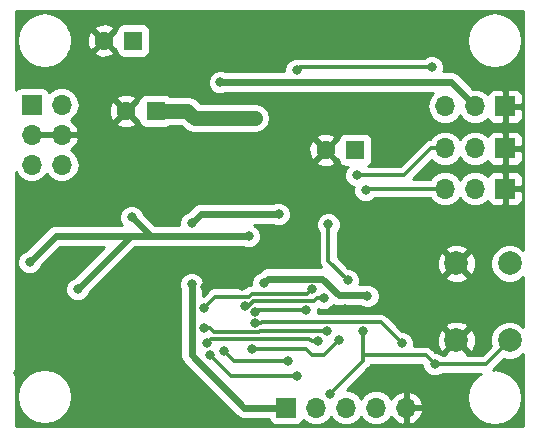
<source format=gbr>
G04 #@! TF.GenerationSoftware,KiCad,Pcbnew,(5.0.1)-3*
G04 #@! TF.CreationDate,2018-11-04T18:32:24-06:00*
G04 #@! TF.ProjectId,Gimble Goblin,47696D626C6520476F626C696E2E6B69,rev?*
G04 #@! TF.SameCoordinates,Original*
G04 #@! TF.FileFunction,Copper,L2,Bot,Signal*
G04 #@! TF.FilePolarity,Positive*
%FSLAX46Y46*%
G04 Gerber Fmt 4.6, Leading zero omitted, Abs format (unit mm)*
G04 Created by KiCad (PCBNEW (5.0.1)-3) date 11/4/2018 6:32:24 PM*
%MOMM*%
%LPD*%
G01*
G04 APERTURE LIST*
G04 #@! TA.AperFunction,ComponentPad*
%ADD10R,1.600000X1.600000*%
G04 #@! TD*
G04 #@! TA.AperFunction,ComponentPad*
%ADD11C,1.600000*%
G04 #@! TD*
G04 #@! TA.AperFunction,ComponentPad*
%ADD12C,2.000000*%
G04 #@! TD*
G04 #@! TA.AperFunction,ComponentPad*
%ADD13R,1.700000X1.700000*%
G04 #@! TD*
G04 #@! TA.AperFunction,ComponentPad*
%ADD14O,1.700000X1.700000*%
G04 #@! TD*
G04 #@! TA.AperFunction,ViaPad*
%ADD15C,0.800000*%
G04 #@! TD*
G04 #@! TA.AperFunction,Conductor*
%ADD16C,0.609600*%
G04 #@! TD*
G04 #@! TA.AperFunction,Conductor*
%ADD17C,1.270000*%
G04 #@! TD*
G04 #@! TA.AperFunction,Conductor*
%ADD18C,0.304800*%
G04 #@! TD*
G04 #@! TA.AperFunction,Conductor*
%ADD19C,0.254000*%
G04 #@! TD*
G04 APERTURE END LIST*
D10*
G04 #@! TO.P,C4,1*
G04 #@! TO.N,+5VA*
X137287000Y-77597000D03*
D11*
G04 #@! TO.P,C4,2*
G04 #@! TO.N,GND*
X134787000Y-77597000D03*
G04 #@! TD*
D12*
G04 #@! TO.P,SW1,2*
G04 #@! TO.N,GND*
X145868000Y-87226000D03*
G04 #@! TO.P,SW1,1*
G04 #@! TO.N,RESET*
X150368000Y-87226000D03*
G04 #@! TO.P,SW1,2*
G04 #@! TO.N,GND*
X145868000Y-93726000D03*
G04 #@! TO.P,SW1,1*
G04 #@! TO.N,RESET*
X150368000Y-93726000D03*
G04 #@! TD*
D13*
G04 #@! TO.P,J5,1*
G04 #@! TO.N,VPP*
X131445000Y-99441000D03*
D14*
G04 #@! TO.P,J5,2*
G04 #@! TO.N,RESET*
X133985000Y-99441000D03*
G04 #@! TO.P,J5,3*
G04 #@! TO.N,RX*
X136525000Y-99441000D03*
G04 #@! TO.P,J5,4*
G04 #@! TO.N,TX*
X139065000Y-99441000D03*
G04 #@! TO.P,J5,5*
G04 #@! TO.N,GND*
X141605000Y-99441000D03*
G04 #@! TD*
D10*
G04 #@! TO.P,C7,1*
G04 #@! TO.N,+5V*
X120396000Y-74295000D03*
D11*
G04 #@! TO.P,C7,2*
G04 #@! TO.N,GND*
X117896000Y-74295000D03*
G04 #@! TD*
D10*
G04 #@! TO.P,C5,1*
G04 #@! TO.N,+12V*
X118516400Y-68351400D03*
D11*
G04 #@! TO.P,C5,2*
G04 #@! TO.N,GND*
X116016400Y-68351400D03*
G04 #@! TD*
D13*
G04 #@! TO.P,J2,1*
G04 #@! TO.N,GND*
X149987000Y-77470000D03*
D14*
G04 #@! TO.P,J2,2*
G04 #@! TO.N,+5VA*
X147447000Y-77470000D03*
G04 #@! TO.P,J2,3*
G04 #@! TO.N,Gy*
X144907000Y-77470000D03*
G04 #@! TD*
G04 #@! TO.P,J4,3*
G04 #@! TO.N,CAM*
X144907000Y-73914000D03*
G04 #@! TO.P,J4,2*
G04 #@! TO.N,+5V*
X147447000Y-73914000D03*
D13*
G04 #@! TO.P,J4,1*
G04 #@! TO.N,GND*
X149987000Y-73914000D03*
G04 #@! TD*
G04 #@! TO.P,J3,1*
G04 #@! TO.N,GND*
X149987000Y-80899000D03*
D14*
G04 #@! TO.P,J3,2*
G04 #@! TO.N,+5VA*
X147447000Y-80899000D03*
G04 #@! TO.P,J3,3*
G04 #@! TO.N,Gx*
X144907000Y-80899000D03*
G04 #@! TD*
D13*
G04 #@! TO.P,J1,1*
G04 #@! TO.N,CAM*
X109905800Y-73787000D03*
D14*
G04 #@! TO.P,J1,2*
G04 #@! TO.N,+12V*
X112445800Y-73787000D03*
G04 #@! TO.P,J1,3*
G04 #@! TO.N,GND*
X109905800Y-76327000D03*
G04 #@! TO.P,J1,4*
X112445800Y-76327000D03*
G04 #@! TO.P,J1,5*
G04 #@! TO.N,CANH*
X109905800Y-78867000D03*
G04 #@! TO.P,J1,6*
G04 #@! TO.N,CANL*
X112445800Y-78867000D03*
G04 #@! TD*
D15*
G04 #@! TO.N,+5V*
X125857000Y-71882000D03*
X123698014Y-74930000D03*
X128778000Y-74930000D03*
X128270000Y-84918000D03*
X109728000Y-87122000D03*
X113792000Y-89408000D03*
X118364000Y-83312000D03*
G04 #@! TO.N,GND*
X108966000Y-66294000D03*
X151130000Y-66294000D03*
X151130000Y-100584000D03*
X108966000Y-100584000D03*
X108966000Y-89408000D03*
X111506000Y-89662000D03*
X125984000Y-100584000D03*
X119126000Y-100584000D03*
X139446000Y-77470000D03*
X133858000Y-75184000D03*
X133858000Y-82296000D03*
X135890000Y-82804000D03*
X137160000Y-67564000D03*
X138176000Y-73660000D03*
X132334000Y-69088000D03*
X146558000Y-66294000D03*
X151130000Y-70612000D03*
X130810000Y-73660000D03*
X130810000Y-81026000D03*
X135382000Y-91186000D03*
X108966000Y-81026000D03*
X115824000Y-80264000D03*
X121158000Y-81534000D03*
X126238000Y-80264000D03*
X108966000Y-71120000D03*
X113030000Y-66294000D03*
X108712000Y-96520000D03*
X113538000Y-100584000D03*
X146558000Y-100584000D03*
X151130000Y-96266000D03*
X139954000Y-82296000D03*
X139954000Y-86106000D03*
X127000000Y-69596000D03*
X120396000Y-71374000D03*
X138684000Y-67564000D03*
X137922000Y-68580000D03*
X140208000Y-73660000D03*
X109982000Y-81026000D03*
X118872000Y-86614000D03*
X122174000Y-88646000D03*
X121920000Y-86614000D03*
X136398000Y-91084400D03*
X124561600Y-87833200D03*
X124612400Y-89230200D03*
X127736600Y-89154000D03*
G04 #@! TO.N,TX0*
X134874000Y-92964000D03*
X124460000Y-92710000D03*
G04 #@! TO.N,TX1*
X134182000Y-93796000D03*
X124714000Y-93980000D03*
G04 #@! TO.N,TX2*
X124968000Y-94996008D03*
X132334000Y-96774000D03*
G04 #@! TO.N,RX1*
X126169000Y-94673000D03*
X131572000Y-95504000D03*
G04 #@! TO.N,RX0*
X128524000Y-94488000D03*
X135890000Y-93726000D03*
G04 #@! TO.N,INT*
X141224000Y-93980000D03*
X128800264Y-92295560D03*
G04 #@! TO.N,SCK*
X133096000Y-91186000D03*
X128858338Y-91297235D03*
G04 #@! TO.N,MOSI*
X134620000Y-90170000D03*
X127993355Y-90795410D03*
G04 #@! TO.N,MISO*
X133604000Y-89408000D03*
X124485400Y-90982800D03*
G04 #@! TO.N,Gx*
X138176000Y-81026004D03*
G04 #@! TO.N,Gy*
X137414000Y-79756000D03*
G04 #@! TO.N,RESET*
X136652000Y-88646000D03*
X137922000Y-92964000D03*
X135128000Y-98298000D03*
X144018000Y-95758000D03*
X135026400Y-83921600D03*
G04 #@! TO.N,V_MCU*
X129540000Y-88900000D03*
X138327199Y-89980159D03*
X143764000Y-70612000D03*
X132334000Y-70866000D03*
G04 #@! TO.N,VPP*
X130810000Y-83058000D03*
X123444000Y-83820000D03*
X123444000Y-88976200D03*
G04 #@! TD*
D16*
G04 #@! TO.N,+5V*
X126422685Y-71882000D02*
X125857000Y-71882000D01*
X145415000Y-71882000D02*
X126422685Y-71882000D01*
X147447000Y-73914000D02*
X145415000Y-71882000D01*
D17*
X123063014Y-74295000D02*
X123298015Y-74530001D01*
X123298015Y-74530001D02*
X123698014Y-74930000D01*
X120396000Y-74295000D02*
X123063014Y-74295000D01*
X125222000Y-74930000D02*
X123698014Y-74930000D01*
X128778000Y-74930000D02*
X125222000Y-74930000D01*
D16*
X128270000Y-84918000D02*
X119970000Y-84918000D01*
X119970000Y-84918000D02*
X118364000Y-83312000D01*
X119970000Y-84918000D02*
X118282000Y-84918000D01*
X118282000Y-84918000D02*
X113792000Y-89408000D01*
X118282000Y-84918000D02*
X111932000Y-84918000D01*
X111932000Y-84918000D02*
X109728000Y-87122000D01*
D18*
G04 #@! TO.N,TX0*
X134874000Y-92964000D02*
X129245378Y-92964000D01*
X129245378Y-92964000D02*
X129161417Y-93047961D01*
X125025685Y-92710000D02*
X124460000Y-92710000D01*
X125363646Y-93047961D02*
X125025685Y-92710000D01*
X129161417Y-93047961D02*
X125363646Y-93047961D01*
G04 #@! TO.N,TX1*
X134182000Y-93796000D02*
X133616315Y-93796000D01*
X133400316Y-93580001D02*
X125113999Y-93580001D01*
X125113999Y-93580001D02*
X124714000Y-93980000D01*
X133616315Y-93796000D02*
X133400316Y-93580001D01*
G04 #@! TO.N,TX2*
X126745992Y-96774000D02*
X131768315Y-96774000D01*
X131768315Y-96774000D02*
X132334000Y-96774000D01*
X124968000Y-94996008D02*
X126745992Y-96774000D01*
G04 #@! TO.N,RX1*
X126169000Y-94673000D02*
X127000000Y-95504000D01*
X127000000Y-95504000D02*
X131572000Y-95504000D01*
G04 #@! TO.N,RX0*
X135490001Y-94125999D02*
X135890000Y-93726000D01*
X134620000Y-94996000D02*
X135490001Y-94125999D01*
X133604000Y-94996000D02*
X134620000Y-94996000D01*
X128524000Y-94488000D02*
X133096000Y-94488000D01*
X133096000Y-94488000D02*
X133604000Y-94996000D01*
G04 #@! TO.N,INT*
X139454688Y-92210688D02*
X129450821Y-92210688D01*
X129450821Y-92210688D02*
X129365949Y-92295560D01*
X129365949Y-92295560D02*
X128800264Y-92295560D01*
X141224000Y-93980000D02*
X139454688Y-92210688D01*
G04 #@! TO.N,SCK*
X133096000Y-91186000D02*
X128969573Y-91186000D01*
X128969573Y-91186000D02*
X128858338Y-91297235D01*
G04 #@! TO.N,MOSI*
X128649738Y-90414410D02*
X128268738Y-90795410D01*
X134620000Y-90170000D02*
X134054315Y-90170000D01*
X133809905Y-90414410D02*
X128649738Y-90414410D01*
X128268738Y-90795410D02*
X127993355Y-90795410D01*
X134054315Y-90170000D02*
X133809905Y-90414410D01*
G04 #@! TO.N,MISO*
X128307238Y-90043000D02*
X125425200Y-90043000D01*
X128542239Y-89807999D02*
X128307238Y-90043000D01*
X133204001Y-89807999D02*
X128542239Y-89807999D01*
X133604000Y-89408000D02*
X133204001Y-89807999D01*
X124885399Y-90582801D02*
X124485400Y-90982800D01*
X125425200Y-90043000D02*
X124885399Y-90582801D01*
G04 #@! TO.N,Gx*
X144907000Y-80899000D02*
X138303004Y-80899000D01*
X138303004Y-80899000D02*
X138176000Y-81026004D01*
G04 #@! TO.N,Gy*
X143704919Y-77470000D02*
X141418919Y-79756000D01*
X144907000Y-77470000D02*
X143704919Y-77470000D01*
X141418919Y-79756000D02*
X137414000Y-79756000D01*
G04 #@! TO.N,RESET*
X137922000Y-92964000D02*
X137922000Y-94996000D01*
X148336000Y-95758000D02*
X150368000Y-93726000D01*
X144018000Y-95758000D02*
X148336000Y-95758000D01*
X137922000Y-94996000D02*
X143256000Y-94996000D01*
X143256000Y-94996000D02*
X144018000Y-95758000D01*
X137922000Y-94996000D02*
X137922000Y-95504000D01*
X135527999Y-97898001D02*
X135128000Y-98298000D01*
X137922000Y-95504000D02*
X135527999Y-97898001D01*
X135026400Y-87020400D02*
X135026400Y-84487285D01*
X135026400Y-84487285D02*
X135026400Y-83921600D01*
X136652000Y-88646000D02*
X135026400Y-87020400D01*
D16*
G04 #@! TO.N,V_MCU*
X134474001Y-88500001D02*
X135890000Y-89916000D01*
X129540000Y-88900000D02*
X129939999Y-88500001D01*
X129939999Y-88500001D02*
X134474001Y-88500001D01*
X135890000Y-89916000D02*
X138263040Y-89916000D01*
X138263040Y-89916000D02*
X138327199Y-89980159D01*
D18*
X143764000Y-70612000D02*
X139192000Y-70612000D01*
X139192000Y-70612000D02*
X132588000Y-70612000D01*
X132588000Y-70612000D02*
X132334000Y-70866000D01*
D16*
G04 #@! TO.N,VPP*
X124206000Y-83058000D02*
X123843999Y-83420001D01*
X123843999Y-83420001D02*
X123444000Y-83820000D01*
X130810000Y-83058000D02*
X124206000Y-83058000D01*
X123444000Y-89541885D02*
X123444000Y-88976200D01*
X131445000Y-99441000D02*
X127889000Y-99441000D01*
X123444000Y-94996000D02*
X123444000Y-89541885D01*
X127889000Y-99441000D02*
X123444000Y-94996000D01*
G04 #@! TD*
D19*
G04 #@! TO.N,GND*
G36*
X151538001Y-86083762D02*
X151294153Y-85839914D01*
X150693222Y-85591000D01*
X150042778Y-85591000D01*
X149441847Y-85839914D01*
X148981914Y-86299847D01*
X148733000Y-86900778D01*
X148733000Y-87551222D01*
X148981914Y-88152153D01*
X149441847Y-88612086D01*
X150042778Y-88861000D01*
X150693222Y-88861000D01*
X151294153Y-88612086D01*
X151538001Y-88368238D01*
X151538001Y-92583762D01*
X151294153Y-92339914D01*
X150693222Y-92091000D01*
X150042778Y-92091000D01*
X149441847Y-92339914D01*
X148981914Y-92799847D01*
X148733000Y-93400778D01*
X148733000Y-94051222D01*
X148790473Y-94189975D01*
X148009849Y-94970600D01*
X146806887Y-94970600D01*
X146840927Y-94878532D01*
X145868000Y-93905605D01*
X144895073Y-94878532D01*
X144929113Y-94970600D01*
X144694311Y-94970600D01*
X144604280Y-94880569D01*
X144223874Y-94723000D01*
X144096551Y-94723000D01*
X143867616Y-94494065D01*
X143823684Y-94428316D01*
X143563228Y-94254285D01*
X143333552Y-94208600D01*
X143333551Y-94208600D01*
X143256000Y-94193174D01*
X143178449Y-94208600D01*
X142249587Y-94208600D01*
X142259000Y-94185874D01*
X142259000Y-93774126D01*
X142129491Y-93461461D01*
X144222092Y-93461461D01*
X144246144Y-94111460D01*
X144448613Y-94600264D01*
X144715468Y-94698927D01*
X145688395Y-93726000D01*
X146047605Y-93726000D01*
X147020532Y-94698927D01*
X147287387Y-94600264D01*
X147513908Y-93990539D01*
X147489856Y-93340540D01*
X147287387Y-92851736D01*
X147020532Y-92753073D01*
X146047605Y-93726000D01*
X145688395Y-93726000D01*
X144715468Y-92753073D01*
X144448613Y-92851736D01*
X144222092Y-93461461D01*
X142129491Y-93461461D01*
X142101431Y-93393720D01*
X141810280Y-93102569D01*
X141429874Y-92945000D01*
X141302552Y-92945000D01*
X140931020Y-92573468D01*
X144895073Y-92573468D01*
X145868000Y-93546395D01*
X146840927Y-92573468D01*
X146742264Y-92306613D01*
X146132539Y-92080092D01*
X145482540Y-92104144D01*
X144993736Y-92306613D01*
X144895073Y-92573468D01*
X140931020Y-92573468D01*
X140066304Y-91708753D01*
X140022372Y-91643004D01*
X139761916Y-91468973D01*
X139532240Y-91423288D01*
X139532239Y-91423288D01*
X139454688Y-91407862D01*
X139377137Y-91423288D01*
X134117988Y-91423288D01*
X134131000Y-91391874D01*
X134131000Y-91146859D01*
X134185633Y-91110355D01*
X134414126Y-91205000D01*
X134825874Y-91205000D01*
X135206280Y-91047431D01*
X135480825Y-90772886D01*
X135523307Y-90801271D01*
X135523308Y-90801271D01*
X135523309Y-90801272D01*
X135797441Y-90855800D01*
X135797446Y-90855800D01*
X135890000Y-90874210D01*
X135982554Y-90855800D01*
X137739129Y-90855800D01*
X137740919Y-90857590D01*
X138121325Y-91015159D01*
X138533073Y-91015159D01*
X138913479Y-90857590D01*
X139204630Y-90566439D01*
X139362199Y-90186033D01*
X139362199Y-89774285D01*
X139204630Y-89393879D01*
X138913479Y-89102728D01*
X138533073Y-88945159D01*
X138121325Y-88945159D01*
X138046385Y-88976200D01*
X137635503Y-88976200D01*
X137687000Y-88851874D01*
X137687000Y-88440126D01*
X137661487Y-88378532D01*
X144895073Y-88378532D01*
X144993736Y-88645387D01*
X145603461Y-88871908D01*
X146253460Y-88847856D01*
X146742264Y-88645387D01*
X146840927Y-88378532D01*
X145868000Y-87405605D01*
X144895073Y-88378532D01*
X137661487Y-88378532D01*
X137529431Y-88059720D01*
X137238280Y-87768569D01*
X136857874Y-87611000D01*
X136730552Y-87611000D01*
X136081013Y-86961461D01*
X144222092Y-86961461D01*
X144246144Y-87611460D01*
X144448613Y-88100264D01*
X144715468Y-88198927D01*
X145688395Y-87226000D01*
X146047605Y-87226000D01*
X147020532Y-88198927D01*
X147287387Y-88100264D01*
X147513908Y-87490539D01*
X147489856Y-86840540D01*
X147287387Y-86351736D01*
X147020532Y-86253073D01*
X146047605Y-87226000D01*
X145688395Y-87226000D01*
X144715468Y-86253073D01*
X144448613Y-86351736D01*
X144222092Y-86961461D01*
X136081013Y-86961461D01*
X135813800Y-86694249D01*
X135813800Y-86073468D01*
X144895073Y-86073468D01*
X145868000Y-87046395D01*
X146840927Y-86073468D01*
X146742264Y-85806613D01*
X146132539Y-85580092D01*
X145482540Y-85604144D01*
X144993736Y-85806613D01*
X144895073Y-86073468D01*
X135813800Y-86073468D01*
X135813800Y-84597911D01*
X135903831Y-84507880D01*
X136061400Y-84127474D01*
X136061400Y-83715726D01*
X135903831Y-83335320D01*
X135612680Y-83044169D01*
X135232274Y-82886600D01*
X134820526Y-82886600D01*
X134440120Y-83044169D01*
X134148969Y-83335320D01*
X133991400Y-83715726D01*
X133991400Y-84127474D01*
X134148969Y-84507880D01*
X134239001Y-84597912D01*
X134239000Y-86942849D01*
X134223574Y-87020400D01*
X134239000Y-87097951D01*
X134284685Y-87327627D01*
X134433206Y-87549906D01*
X134381447Y-87560201D01*
X130032552Y-87560201D01*
X129939998Y-87541791D01*
X129847444Y-87560201D01*
X129847440Y-87560201D01*
X129573308Y-87614729D01*
X129573307Y-87614730D01*
X129573306Y-87614730D01*
X129352730Y-87762115D01*
X129262442Y-87822444D01*
X129210011Y-87900912D01*
X129183554Y-87927369D01*
X128953720Y-88022569D01*
X128662569Y-88313720D01*
X128505000Y-88694126D01*
X128505000Y-89012580D01*
X128464688Y-89020599D01*
X128464687Y-89020599D01*
X128235011Y-89066284D01*
X127974555Y-89240315D01*
X127964342Y-89255600D01*
X125502751Y-89255600D01*
X125425200Y-89240174D01*
X125347649Y-89255600D01*
X125347648Y-89255600D01*
X125117972Y-89301285D01*
X124857516Y-89475316D01*
X124813586Y-89541062D01*
X124406849Y-89947800D01*
X124383800Y-89947800D01*
X124383800Y-89411908D01*
X124479000Y-89182074D01*
X124479000Y-88770326D01*
X124321431Y-88389920D01*
X124030280Y-88098769D01*
X123649874Y-87941200D01*
X123238126Y-87941200D01*
X122857720Y-88098769D01*
X122566569Y-88389920D01*
X122409000Y-88770326D01*
X122409000Y-89182074D01*
X122504200Y-89411908D01*
X122504200Y-89634443D01*
X122504201Y-89634448D01*
X122504200Y-94903446D01*
X122485790Y-94996000D01*
X122504200Y-95088554D01*
X122504200Y-95088558D01*
X122558728Y-95362690D01*
X122558729Y-95362691D01*
X122558729Y-95362692D01*
X122685305Y-95552126D01*
X122766443Y-95673557D01*
X122844911Y-95725988D01*
X127159014Y-100040092D01*
X127211443Y-100118557D01*
X127289908Y-100170986D01*
X127289909Y-100170987D01*
X127522307Y-100326271D01*
X127522308Y-100326271D01*
X127522309Y-100326272D01*
X127796441Y-100380800D01*
X127796445Y-100380800D01*
X127888999Y-100399210D01*
X127981553Y-100380800D01*
X129965422Y-100380800D01*
X129996843Y-100538765D01*
X130137191Y-100748809D01*
X130347235Y-100889157D01*
X130595000Y-100938440D01*
X132295000Y-100938440D01*
X132542765Y-100889157D01*
X132752809Y-100748809D01*
X132893157Y-100538765D01*
X132902184Y-100493381D01*
X132914375Y-100511625D01*
X133405582Y-100839839D01*
X133838744Y-100926000D01*
X134131256Y-100926000D01*
X134564418Y-100839839D01*
X135055625Y-100511625D01*
X135255000Y-100213239D01*
X135454375Y-100511625D01*
X135945582Y-100839839D01*
X136378744Y-100926000D01*
X136671256Y-100926000D01*
X137104418Y-100839839D01*
X137595625Y-100511625D01*
X137795000Y-100213239D01*
X137994375Y-100511625D01*
X138485582Y-100839839D01*
X138918744Y-100926000D01*
X139211256Y-100926000D01*
X139644418Y-100839839D01*
X140135625Y-100511625D01*
X140348843Y-100192522D01*
X140409817Y-100322358D01*
X140838076Y-100712645D01*
X141248110Y-100882476D01*
X141478000Y-100761155D01*
X141478000Y-99568000D01*
X141732000Y-99568000D01*
X141732000Y-100761155D01*
X141961890Y-100882476D01*
X142371924Y-100712645D01*
X142800183Y-100322358D01*
X143046486Y-99797892D01*
X142925819Y-99568000D01*
X141732000Y-99568000D01*
X141478000Y-99568000D01*
X141458000Y-99568000D01*
X141458000Y-99314000D01*
X141478000Y-99314000D01*
X141478000Y-98120845D01*
X141732000Y-98120845D01*
X141732000Y-99314000D01*
X142925819Y-99314000D01*
X143046486Y-99084108D01*
X142800183Y-98559642D01*
X142371924Y-98169355D01*
X141961890Y-97999524D01*
X141732000Y-98120845D01*
X141478000Y-98120845D01*
X141248110Y-97999524D01*
X140838076Y-98169355D01*
X140409817Y-98559642D01*
X140348843Y-98689478D01*
X140135625Y-98370375D01*
X139644418Y-98042161D01*
X139211256Y-97956000D01*
X138918744Y-97956000D01*
X138485582Y-98042161D01*
X137994375Y-98370375D01*
X137795000Y-98668761D01*
X137595625Y-98370375D01*
X137104418Y-98042161D01*
X136671256Y-97956000D01*
X136583551Y-97956000D01*
X138423938Y-96115614D01*
X138489684Y-96071684D01*
X138663715Y-95811228D01*
X138669250Y-95783400D01*
X142929849Y-95783400D01*
X142983000Y-95836551D01*
X142983000Y-95963874D01*
X143140569Y-96344280D01*
X143431720Y-96635431D01*
X143812126Y-96793000D01*
X144223874Y-96793000D01*
X144604280Y-96635431D01*
X144694311Y-96545400D01*
X147912706Y-96545400D01*
X147713766Y-96646765D01*
X147192765Y-97167766D01*
X146858262Y-97824265D01*
X146743000Y-98552000D01*
X146858262Y-99279735D01*
X147192765Y-99936234D01*
X147713766Y-100457235D01*
X148370265Y-100791738D01*
X149098000Y-100907000D01*
X149825735Y-100791738D01*
X150482234Y-100457235D01*
X151003235Y-99936234D01*
X151337738Y-99279735D01*
X151453000Y-98552000D01*
X151337738Y-97824265D01*
X151003235Y-97167766D01*
X150482234Y-96646765D01*
X149825735Y-96312262D01*
X149098000Y-96197000D01*
X148994094Y-96213457D01*
X149904025Y-95303527D01*
X150042778Y-95361000D01*
X150693222Y-95361000D01*
X151294153Y-95112086D01*
X151538001Y-94868238D01*
X151538001Y-98479608D01*
X151538000Y-98479613D01*
X151538001Y-100992000D01*
X108558000Y-100992000D01*
X108558000Y-98476000D01*
X108643000Y-98476000D01*
X108758262Y-99203735D01*
X109092765Y-99860234D01*
X109613766Y-100381235D01*
X110270265Y-100715738D01*
X110998000Y-100831000D01*
X111725735Y-100715738D01*
X112382234Y-100381235D01*
X112903235Y-99860234D01*
X113237738Y-99203735D01*
X113353000Y-98476000D01*
X113237738Y-97748265D01*
X112903235Y-97091766D01*
X112382234Y-96570765D01*
X111725735Y-96236262D01*
X110998000Y-96121000D01*
X110270265Y-96236262D01*
X109613766Y-96570765D01*
X109092765Y-97091766D01*
X108758262Y-97748265D01*
X108643000Y-98476000D01*
X108558000Y-98476000D01*
X108558000Y-86916126D01*
X108693000Y-86916126D01*
X108693000Y-87327874D01*
X108850569Y-87708280D01*
X109141720Y-87999431D01*
X109522126Y-88157000D01*
X109933874Y-88157000D01*
X110314280Y-87999431D01*
X110605431Y-87708280D01*
X110700631Y-87478446D01*
X112321278Y-85857800D01*
X116013122Y-85857800D01*
X113435554Y-88435369D01*
X113205720Y-88530569D01*
X112914569Y-88821720D01*
X112757000Y-89202126D01*
X112757000Y-89613874D01*
X112914569Y-89994280D01*
X113205720Y-90285431D01*
X113586126Y-90443000D01*
X113997874Y-90443000D01*
X114378280Y-90285431D01*
X114669431Y-89994280D01*
X114764631Y-89764446D01*
X118671278Y-85857800D01*
X119877446Y-85857800D01*
X119970000Y-85876210D01*
X120062554Y-85857800D01*
X127834292Y-85857800D01*
X128064126Y-85953000D01*
X128475874Y-85953000D01*
X128856280Y-85795431D01*
X129147431Y-85504280D01*
X129305000Y-85123874D01*
X129305000Y-84712126D01*
X129147431Y-84331720D01*
X128856280Y-84040569D01*
X128753026Y-83997800D01*
X130374292Y-83997800D01*
X130604126Y-84093000D01*
X131015874Y-84093000D01*
X131396280Y-83935431D01*
X131687431Y-83644280D01*
X131845000Y-83263874D01*
X131845000Y-82852126D01*
X131687431Y-82471720D01*
X131396280Y-82180569D01*
X131015874Y-82023000D01*
X130604126Y-82023000D01*
X130374292Y-82118200D01*
X124298554Y-82118200D01*
X124206000Y-82099790D01*
X124113446Y-82118200D01*
X124113441Y-82118200D01*
X123839309Y-82172728D01*
X123528443Y-82380443D01*
X123476012Y-82458911D01*
X123087554Y-82847369D01*
X122857720Y-82942569D01*
X122566569Y-83233720D01*
X122409000Y-83614126D01*
X122409000Y-83978200D01*
X120359278Y-83978200D01*
X119336631Y-82955554D01*
X119241431Y-82725720D01*
X118950280Y-82434569D01*
X118569874Y-82277000D01*
X118158126Y-82277000D01*
X117777720Y-82434569D01*
X117486569Y-82725720D01*
X117329000Y-83106126D01*
X117329000Y-83517874D01*
X117486569Y-83898280D01*
X117566489Y-83978200D01*
X112024554Y-83978200D01*
X111932000Y-83959790D01*
X111839446Y-83978200D01*
X111839441Y-83978200D01*
X111565309Y-84032728D01*
X111495923Y-84079091D01*
X111332910Y-84188012D01*
X111332908Y-84188014D01*
X111254443Y-84240443D01*
X111202014Y-84318908D01*
X109371554Y-86149369D01*
X109141720Y-86244569D01*
X108850569Y-86535720D01*
X108693000Y-86916126D01*
X108558000Y-86916126D01*
X108558000Y-79522803D01*
X108835175Y-79937625D01*
X109326382Y-80265839D01*
X109759544Y-80352000D01*
X110052056Y-80352000D01*
X110485218Y-80265839D01*
X110976425Y-79937625D01*
X111175800Y-79639239D01*
X111375175Y-79937625D01*
X111866382Y-80265839D01*
X112299544Y-80352000D01*
X112592056Y-80352000D01*
X113025218Y-80265839D01*
X113516425Y-79937625D01*
X113844639Y-79446418D01*
X113959892Y-78867000D01*
X113907727Y-78604745D01*
X133958861Y-78604745D01*
X134032995Y-78850864D01*
X134570223Y-79043965D01*
X135140454Y-79016778D01*
X135541005Y-78850864D01*
X135615139Y-78604745D01*
X134787000Y-77776605D01*
X133958861Y-78604745D01*
X113907727Y-78604745D01*
X113844639Y-78287582D01*
X113516425Y-77796375D01*
X113197322Y-77583157D01*
X113327158Y-77522183D01*
X113456530Y-77380223D01*
X133340035Y-77380223D01*
X133367222Y-77950454D01*
X133533136Y-78351005D01*
X133779255Y-78425139D01*
X134607395Y-77597000D01*
X134966605Y-77597000D01*
X135794745Y-78425139D01*
X135842307Y-78410813D01*
X135888843Y-78644765D01*
X136029191Y-78854809D01*
X136239235Y-78995157D01*
X136487000Y-79044440D01*
X136661849Y-79044440D01*
X136536569Y-79169720D01*
X136379000Y-79550126D01*
X136379000Y-79961874D01*
X136536569Y-80342280D01*
X136827720Y-80633431D01*
X137161129Y-80771533D01*
X137141000Y-80820130D01*
X137141000Y-81231878D01*
X137298569Y-81612284D01*
X137589720Y-81903435D01*
X137970126Y-82061004D01*
X138381874Y-82061004D01*
X138762280Y-81903435D01*
X138979315Y-81686400D01*
X143647130Y-81686400D01*
X143836375Y-81969625D01*
X144327582Y-82297839D01*
X144760744Y-82384000D01*
X145053256Y-82384000D01*
X145486418Y-82297839D01*
X145977625Y-81969625D01*
X146177000Y-81671239D01*
X146376375Y-81969625D01*
X146867582Y-82297839D01*
X147300744Y-82384000D01*
X147593256Y-82384000D01*
X148026418Y-82297839D01*
X148517625Y-81969625D01*
X148532096Y-81947967D01*
X148598673Y-82108698D01*
X148777301Y-82287327D01*
X149010690Y-82384000D01*
X149701250Y-82384000D01*
X149860000Y-82225250D01*
X149860000Y-81026000D01*
X150114000Y-81026000D01*
X150114000Y-82225250D01*
X150272750Y-82384000D01*
X150963310Y-82384000D01*
X151196699Y-82287327D01*
X151375327Y-82108698D01*
X151472000Y-81875309D01*
X151472000Y-81184750D01*
X151313250Y-81026000D01*
X150114000Y-81026000D01*
X149860000Y-81026000D01*
X149840000Y-81026000D01*
X149840000Y-80772000D01*
X149860000Y-80772000D01*
X149860000Y-79572750D01*
X150114000Y-79572750D01*
X150114000Y-80772000D01*
X151313250Y-80772000D01*
X151472000Y-80613250D01*
X151472000Y-79922691D01*
X151375327Y-79689302D01*
X151196699Y-79510673D01*
X150963310Y-79414000D01*
X150272750Y-79414000D01*
X150114000Y-79572750D01*
X149860000Y-79572750D01*
X149701250Y-79414000D01*
X149010690Y-79414000D01*
X148777301Y-79510673D01*
X148598673Y-79689302D01*
X148532096Y-79850033D01*
X148517625Y-79828375D01*
X148026418Y-79500161D01*
X147593256Y-79414000D01*
X147300744Y-79414000D01*
X146867582Y-79500161D01*
X146376375Y-79828375D01*
X146177000Y-80126761D01*
X145977625Y-79828375D01*
X145486418Y-79500161D01*
X145053256Y-79414000D01*
X144760744Y-79414000D01*
X144327582Y-79500161D01*
X143836375Y-79828375D01*
X143647130Y-80111600D01*
X142176870Y-80111600D01*
X143800915Y-78487556D01*
X143836375Y-78540625D01*
X144327582Y-78868839D01*
X144760744Y-78955000D01*
X145053256Y-78955000D01*
X145486418Y-78868839D01*
X145977625Y-78540625D01*
X146177000Y-78242239D01*
X146376375Y-78540625D01*
X146867582Y-78868839D01*
X147300744Y-78955000D01*
X147593256Y-78955000D01*
X148026418Y-78868839D01*
X148517625Y-78540625D01*
X148532096Y-78518967D01*
X148598673Y-78679698D01*
X148777301Y-78858327D01*
X149010690Y-78955000D01*
X149701250Y-78955000D01*
X149860000Y-78796250D01*
X149860000Y-77597000D01*
X150114000Y-77597000D01*
X150114000Y-78796250D01*
X150272750Y-78955000D01*
X150963310Y-78955000D01*
X151196699Y-78858327D01*
X151375327Y-78679698D01*
X151472000Y-78446309D01*
X151472000Y-77755750D01*
X151313250Y-77597000D01*
X150114000Y-77597000D01*
X149860000Y-77597000D01*
X149840000Y-77597000D01*
X149840000Y-77343000D01*
X149860000Y-77343000D01*
X149860000Y-76143750D01*
X150114000Y-76143750D01*
X150114000Y-77343000D01*
X151313250Y-77343000D01*
X151472000Y-77184250D01*
X151472000Y-76493691D01*
X151375327Y-76260302D01*
X151196699Y-76081673D01*
X150963310Y-75985000D01*
X150272750Y-75985000D01*
X150114000Y-76143750D01*
X149860000Y-76143750D01*
X149701250Y-75985000D01*
X149010690Y-75985000D01*
X148777301Y-76081673D01*
X148598673Y-76260302D01*
X148532096Y-76421033D01*
X148517625Y-76399375D01*
X148026418Y-76071161D01*
X147593256Y-75985000D01*
X147300744Y-75985000D01*
X146867582Y-76071161D01*
X146376375Y-76399375D01*
X146177000Y-76697761D01*
X145977625Y-76399375D01*
X145486418Y-76071161D01*
X145053256Y-75985000D01*
X144760744Y-75985000D01*
X144327582Y-76071161D01*
X143836375Y-76399375D01*
X143650159Y-76678066D01*
X143627367Y-76682600D01*
X143397691Y-76728285D01*
X143137235Y-76902316D01*
X143093305Y-76968062D01*
X141092768Y-78968600D01*
X138374510Y-78968600D01*
X138544809Y-78854809D01*
X138685157Y-78644765D01*
X138734440Y-78397000D01*
X138734440Y-76797000D01*
X138685157Y-76549235D01*
X138544809Y-76339191D01*
X138334765Y-76198843D01*
X138087000Y-76149560D01*
X136487000Y-76149560D01*
X136239235Y-76198843D01*
X136029191Y-76339191D01*
X135888843Y-76549235D01*
X135842307Y-76783187D01*
X135794745Y-76768861D01*
X134966605Y-77597000D01*
X134607395Y-77597000D01*
X133779255Y-76768861D01*
X133533136Y-76842995D01*
X133340035Y-77380223D01*
X113456530Y-77380223D01*
X113717445Y-77093924D01*
X113887276Y-76683890D01*
X113837334Y-76589255D01*
X133958861Y-76589255D01*
X134787000Y-77417395D01*
X135615139Y-76589255D01*
X135541005Y-76343136D01*
X135003777Y-76150035D01*
X134433546Y-76177222D01*
X134032995Y-76343136D01*
X133958861Y-76589255D01*
X113837334Y-76589255D01*
X113765955Y-76454000D01*
X112572800Y-76454000D01*
X112572800Y-76474000D01*
X112318800Y-76474000D01*
X112318800Y-76454000D01*
X110032800Y-76454000D01*
X110032800Y-76474000D01*
X109778800Y-76474000D01*
X109778800Y-76454000D01*
X109758800Y-76454000D01*
X109758800Y-76200000D01*
X109778800Y-76200000D01*
X109778800Y-76180000D01*
X110032800Y-76180000D01*
X110032800Y-76200000D01*
X112318800Y-76200000D01*
X112318800Y-76180000D01*
X112572800Y-76180000D01*
X112572800Y-76200000D01*
X113765955Y-76200000D01*
X113887276Y-75970110D01*
X113717445Y-75560076D01*
X113482931Y-75302745D01*
X117067861Y-75302745D01*
X117141995Y-75548864D01*
X117679223Y-75741965D01*
X118249454Y-75714778D01*
X118650005Y-75548864D01*
X118724139Y-75302745D01*
X117896000Y-74474605D01*
X117067861Y-75302745D01*
X113482931Y-75302745D01*
X113327158Y-75131817D01*
X113197322Y-75070843D01*
X113516425Y-74857625D01*
X113844639Y-74366418D01*
X113901964Y-74078223D01*
X116449035Y-74078223D01*
X116476222Y-74648454D01*
X116642136Y-75049005D01*
X116888255Y-75123139D01*
X117716395Y-74295000D01*
X118075605Y-74295000D01*
X118903745Y-75123139D01*
X118951307Y-75108813D01*
X118997843Y-75342765D01*
X119138191Y-75552809D01*
X119348235Y-75693157D01*
X119596000Y-75742440D01*
X121196000Y-75742440D01*
X121443765Y-75693157D01*
X121635564Y-75565000D01*
X122536964Y-75565000D01*
X122711543Y-75739579D01*
X122782396Y-75845618D01*
X123202485Y-76126313D01*
X123572934Y-76200000D01*
X123572938Y-76200000D01*
X123698013Y-76224879D01*
X123823088Y-76200000D01*
X128903080Y-76200000D01*
X129273529Y-76126313D01*
X129693618Y-75845618D01*
X129974313Y-75425529D01*
X130072880Y-74930000D01*
X129974313Y-74434471D01*
X129693618Y-74014382D01*
X129273529Y-73733687D01*
X128903080Y-73660000D01*
X124224064Y-73660000D01*
X124049485Y-73485421D01*
X123978632Y-73379382D01*
X123558543Y-73098687D01*
X123188094Y-73025000D01*
X123188089Y-73025000D01*
X123063014Y-73000121D01*
X122937939Y-73025000D01*
X121635564Y-73025000D01*
X121443765Y-72896843D01*
X121196000Y-72847560D01*
X119596000Y-72847560D01*
X119348235Y-72896843D01*
X119138191Y-73037191D01*
X118997843Y-73247235D01*
X118951307Y-73481187D01*
X118903745Y-73466861D01*
X118075605Y-74295000D01*
X117716395Y-74295000D01*
X116888255Y-73466861D01*
X116642136Y-73540995D01*
X116449035Y-74078223D01*
X113901964Y-74078223D01*
X113959892Y-73787000D01*
X113860487Y-73287255D01*
X117067861Y-73287255D01*
X117896000Y-74115395D01*
X118724139Y-73287255D01*
X118650005Y-73041136D01*
X118112777Y-72848035D01*
X117542546Y-72875222D01*
X117141995Y-73041136D01*
X117067861Y-73287255D01*
X113860487Y-73287255D01*
X113844639Y-73207582D01*
X113516425Y-72716375D01*
X113025218Y-72388161D01*
X112592056Y-72302000D01*
X112299544Y-72302000D01*
X111866382Y-72388161D01*
X111375175Y-72716375D01*
X111362984Y-72734619D01*
X111353957Y-72689235D01*
X111213609Y-72479191D01*
X111003565Y-72338843D01*
X110755800Y-72289560D01*
X109055800Y-72289560D01*
X108808035Y-72338843D01*
X108597991Y-72479191D01*
X108558000Y-72539041D01*
X108558000Y-71676126D01*
X124822000Y-71676126D01*
X124822000Y-72087874D01*
X124979569Y-72468280D01*
X125270720Y-72759431D01*
X125651126Y-72917000D01*
X126062874Y-72917000D01*
X126292708Y-72821800D01*
X143868664Y-72821800D01*
X143836375Y-72843375D01*
X143508161Y-73334582D01*
X143392908Y-73914000D01*
X143508161Y-74493418D01*
X143836375Y-74984625D01*
X144327582Y-75312839D01*
X144760744Y-75399000D01*
X145053256Y-75399000D01*
X145486418Y-75312839D01*
X145977625Y-74984625D01*
X146177000Y-74686239D01*
X146376375Y-74984625D01*
X146867582Y-75312839D01*
X147300744Y-75399000D01*
X147593256Y-75399000D01*
X148026418Y-75312839D01*
X148517625Y-74984625D01*
X148532096Y-74962967D01*
X148598673Y-75123698D01*
X148777301Y-75302327D01*
X149010690Y-75399000D01*
X149701250Y-75399000D01*
X149860000Y-75240250D01*
X149860000Y-74041000D01*
X150114000Y-74041000D01*
X150114000Y-75240250D01*
X150272750Y-75399000D01*
X150963310Y-75399000D01*
X151196699Y-75302327D01*
X151375327Y-75123698D01*
X151472000Y-74890309D01*
X151472000Y-74199750D01*
X151313250Y-74041000D01*
X150114000Y-74041000D01*
X149860000Y-74041000D01*
X149840000Y-74041000D01*
X149840000Y-73787000D01*
X149860000Y-73787000D01*
X149860000Y-72587750D01*
X150114000Y-72587750D01*
X150114000Y-73787000D01*
X151313250Y-73787000D01*
X151472000Y-73628250D01*
X151472000Y-72937691D01*
X151375327Y-72704302D01*
X151196699Y-72525673D01*
X150963310Y-72429000D01*
X150272750Y-72429000D01*
X150114000Y-72587750D01*
X149860000Y-72587750D01*
X149701250Y-72429000D01*
X149010690Y-72429000D01*
X148777301Y-72525673D01*
X148598673Y-72704302D01*
X148532096Y-72865033D01*
X148517625Y-72843375D01*
X148026418Y-72515161D01*
X147593256Y-72429000D01*
X147300744Y-72429000D01*
X147292681Y-72430604D01*
X146144988Y-71282910D01*
X146092557Y-71204443D01*
X145781691Y-70996728D01*
X145507559Y-70942200D01*
X145507554Y-70942200D01*
X145415000Y-70923790D01*
X145322446Y-70942200D01*
X144747503Y-70942200D01*
X144799000Y-70817874D01*
X144799000Y-70406126D01*
X144641431Y-70025720D01*
X144350280Y-69734569D01*
X143969874Y-69577000D01*
X143558126Y-69577000D01*
X143177720Y-69734569D01*
X143087689Y-69824600D01*
X132665550Y-69824600D01*
X132587999Y-69809174D01*
X132510448Y-69824600D01*
X132478273Y-69831000D01*
X132128126Y-69831000D01*
X131747720Y-69988569D01*
X131456569Y-70279720D01*
X131299000Y-70660126D01*
X131299000Y-70942200D01*
X126292708Y-70942200D01*
X126062874Y-70847000D01*
X125651126Y-70847000D01*
X125270720Y-71004569D01*
X124979569Y-71295720D01*
X124822000Y-71676126D01*
X108558000Y-71676126D01*
X108558000Y-68326000D01*
X108643000Y-68326000D01*
X108758262Y-69053735D01*
X109092765Y-69710234D01*
X109613766Y-70231235D01*
X110270265Y-70565738D01*
X110998000Y-70681000D01*
X111725735Y-70565738D01*
X112382234Y-70231235D01*
X112903235Y-69710234D01*
X113082123Y-69359145D01*
X115188261Y-69359145D01*
X115262395Y-69605264D01*
X115799623Y-69798365D01*
X116369854Y-69771178D01*
X116770405Y-69605264D01*
X116844539Y-69359145D01*
X116016400Y-68531005D01*
X115188261Y-69359145D01*
X113082123Y-69359145D01*
X113237738Y-69053735D01*
X113353000Y-68326000D01*
X113322689Y-68134623D01*
X114569435Y-68134623D01*
X114596622Y-68704854D01*
X114762536Y-69105405D01*
X115008655Y-69179539D01*
X115836795Y-68351400D01*
X116196005Y-68351400D01*
X117024145Y-69179539D01*
X117071707Y-69165213D01*
X117118243Y-69399165D01*
X117258591Y-69609209D01*
X117468635Y-69749557D01*
X117716400Y-69798840D01*
X119316400Y-69798840D01*
X119564165Y-69749557D01*
X119774209Y-69609209D01*
X119914557Y-69399165D01*
X119963840Y-69151400D01*
X119963840Y-68326000D01*
X146743000Y-68326000D01*
X146858262Y-69053735D01*
X147192765Y-69710234D01*
X147713766Y-70231235D01*
X148370265Y-70565738D01*
X149098000Y-70681000D01*
X149825735Y-70565738D01*
X150482234Y-70231235D01*
X151003235Y-69710234D01*
X151337738Y-69053735D01*
X151453000Y-68326000D01*
X151337738Y-67598265D01*
X151003235Y-66941766D01*
X150482234Y-66420765D01*
X149825735Y-66086262D01*
X149098000Y-65971000D01*
X148370265Y-66086262D01*
X147713766Y-66420765D01*
X147192765Y-66941766D01*
X146858262Y-67598265D01*
X146743000Y-68326000D01*
X119963840Y-68326000D01*
X119963840Y-67551400D01*
X119914557Y-67303635D01*
X119774209Y-67093591D01*
X119564165Y-66953243D01*
X119316400Y-66903960D01*
X117716400Y-66903960D01*
X117468635Y-66953243D01*
X117258591Y-67093591D01*
X117118243Y-67303635D01*
X117071707Y-67537587D01*
X117024145Y-67523261D01*
X116196005Y-68351400D01*
X115836795Y-68351400D01*
X115008655Y-67523261D01*
X114762536Y-67597395D01*
X114569435Y-68134623D01*
X113322689Y-68134623D01*
X113237738Y-67598265D01*
X113108008Y-67343655D01*
X115188261Y-67343655D01*
X116016400Y-68171795D01*
X116844539Y-67343655D01*
X116770405Y-67097536D01*
X116233177Y-66904435D01*
X115662946Y-66931622D01*
X115262395Y-67097536D01*
X115188261Y-67343655D01*
X113108008Y-67343655D01*
X112903235Y-66941766D01*
X112382234Y-66420765D01*
X111725735Y-66086262D01*
X110998000Y-65971000D01*
X110270265Y-66086262D01*
X109613766Y-66420765D01*
X109092765Y-66941766D01*
X108758262Y-67598265D01*
X108643000Y-68326000D01*
X108558000Y-68326000D01*
X108558000Y-65886000D01*
X151538000Y-65886000D01*
X151538001Y-86083762D01*
X151538001Y-86083762D01*
G37*
X151538001Y-86083762D02*
X151294153Y-85839914D01*
X150693222Y-85591000D01*
X150042778Y-85591000D01*
X149441847Y-85839914D01*
X148981914Y-86299847D01*
X148733000Y-86900778D01*
X148733000Y-87551222D01*
X148981914Y-88152153D01*
X149441847Y-88612086D01*
X150042778Y-88861000D01*
X150693222Y-88861000D01*
X151294153Y-88612086D01*
X151538001Y-88368238D01*
X151538001Y-92583762D01*
X151294153Y-92339914D01*
X150693222Y-92091000D01*
X150042778Y-92091000D01*
X149441847Y-92339914D01*
X148981914Y-92799847D01*
X148733000Y-93400778D01*
X148733000Y-94051222D01*
X148790473Y-94189975D01*
X148009849Y-94970600D01*
X146806887Y-94970600D01*
X146840927Y-94878532D01*
X145868000Y-93905605D01*
X144895073Y-94878532D01*
X144929113Y-94970600D01*
X144694311Y-94970600D01*
X144604280Y-94880569D01*
X144223874Y-94723000D01*
X144096551Y-94723000D01*
X143867616Y-94494065D01*
X143823684Y-94428316D01*
X143563228Y-94254285D01*
X143333552Y-94208600D01*
X143333551Y-94208600D01*
X143256000Y-94193174D01*
X143178449Y-94208600D01*
X142249587Y-94208600D01*
X142259000Y-94185874D01*
X142259000Y-93774126D01*
X142129491Y-93461461D01*
X144222092Y-93461461D01*
X144246144Y-94111460D01*
X144448613Y-94600264D01*
X144715468Y-94698927D01*
X145688395Y-93726000D01*
X146047605Y-93726000D01*
X147020532Y-94698927D01*
X147287387Y-94600264D01*
X147513908Y-93990539D01*
X147489856Y-93340540D01*
X147287387Y-92851736D01*
X147020532Y-92753073D01*
X146047605Y-93726000D01*
X145688395Y-93726000D01*
X144715468Y-92753073D01*
X144448613Y-92851736D01*
X144222092Y-93461461D01*
X142129491Y-93461461D01*
X142101431Y-93393720D01*
X141810280Y-93102569D01*
X141429874Y-92945000D01*
X141302552Y-92945000D01*
X140931020Y-92573468D01*
X144895073Y-92573468D01*
X145868000Y-93546395D01*
X146840927Y-92573468D01*
X146742264Y-92306613D01*
X146132539Y-92080092D01*
X145482540Y-92104144D01*
X144993736Y-92306613D01*
X144895073Y-92573468D01*
X140931020Y-92573468D01*
X140066304Y-91708753D01*
X140022372Y-91643004D01*
X139761916Y-91468973D01*
X139532240Y-91423288D01*
X139532239Y-91423288D01*
X139454688Y-91407862D01*
X139377137Y-91423288D01*
X134117988Y-91423288D01*
X134131000Y-91391874D01*
X134131000Y-91146859D01*
X134185633Y-91110355D01*
X134414126Y-91205000D01*
X134825874Y-91205000D01*
X135206280Y-91047431D01*
X135480825Y-90772886D01*
X135523307Y-90801271D01*
X135523308Y-90801271D01*
X135523309Y-90801272D01*
X135797441Y-90855800D01*
X135797446Y-90855800D01*
X135890000Y-90874210D01*
X135982554Y-90855800D01*
X137739129Y-90855800D01*
X137740919Y-90857590D01*
X138121325Y-91015159D01*
X138533073Y-91015159D01*
X138913479Y-90857590D01*
X139204630Y-90566439D01*
X139362199Y-90186033D01*
X139362199Y-89774285D01*
X139204630Y-89393879D01*
X138913479Y-89102728D01*
X138533073Y-88945159D01*
X138121325Y-88945159D01*
X138046385Y-88976200D01*
X137635503Y-88976200D01*
X137687000Y-88851874D01*
X137687000Y-88440126D01*
X137661487Y-88378532D01*
X144895073Y-88378532D01*
X144993736Y-88645387D01*
X145603461Y-88871908D01*
X146253460Y-88847856D01*
X146742264Y-88645387D01*
X146840927Y-88378532D01*
X145868000Y-87405605D01*
X144895073Y-88378532D01*
X137661487Y-88378532D01*
X137529431Y-88059720D01*
X137238280Y-87768569D01*
X136857874Y-87611000D01*
X136730552Y-87611000D01*
X136081013Y-86961461D01*
X144222092Y-86961461D01*
X144246144Y-87611460D01*
X144448613Y-88100264D01*
X144715468Y-88198927D01*
X145688395Y-87226000D01*
X146047605Y-87226000D01*
X147020532Y-88198927D01*
X147287387Y-88100264D01*
X147513908Y-87490539D01*
X147489856Y-86840540D01*
X147287387Y-86351736D01*
X147020532Y-86253073D01*
X146047605Y-87226000D01*
X145688395Y-87226000D01*
X144715468Y-86253073D01*
X144448613Y-86351736D01*
X144222092Y-86961461D01*
X136081013Y-86961461D01*
X135813800Y-86694249D01*
X135813800Y-86073468D01*
X144895073Y-86073468D01*
X145868000Y-87046395D01*
X146840927Y-86073468D01*
X146742264Y-85806613D01*
X146132539Y-85580092D01*
X145482540Y-85604144D01*
X144993736Y-85806613D01*
X144895073Y-86073468D01*
X135813800Y-86073468D01*
X135813800Y-84597911D01*
X135903831Y-84507880D01*
X136061400Y-84127474D01*
X136061400Y-83715726D01*
X135903831Y-83335320D01*
X135612680Y-83044169D01*
X135232274Y-82886600D01*
X134820526Y-82886600D01*
X134440120Y-83044169D01*
X134148969Y-83335320D01*
X133991400Y-83715726D01*
X133991400Y-84127474D01*
X134148969Y-84507880D01*
X134239001Y-84597912D01*
X134239000Y-86942849D01*
X134223574Y-87020400D01*
X134239000Y-87097951D01*
X134284685Y-87327627D01*
X134433206Y-87549906D01*
X134381447Y-87560201D01*
X130032552Y-87560201D01*
X129939998Y-87541791D01*
X129847444Y-87560201D01*
X129847440Y-87560201D01*
X129573308Y-87614729D01*
X129573307Y-87614730D01*
X129573306Y-87614730D01*
X129352730Y-87762115D01*
X129262442Y-87822444D01*
X129210011Y-87900912D01*
X129183554Y-87927369D01*
X128953720Y-88022569D01*
X128662569Y-88313720D01*
X128505000Y-88694126D01*
X128505000Y-89012580D01*
X128464688Y-89020599D01*
X128464687Y-89020599D01*
X128235011Y-89066284D01*
X127974555Y-89240315D01*
X127964342Y-89255600D01*
X125502751Y-89255600D01*
X125425200Y-89240174D01*
X125347649Y-89255600D01*
X125347648Y-89255600D01*
X125117972Y-89301285D01*
X124857516Y-89475316D01*
X124813586Y-89541062D01*
X124406849Y-89947800D01*
X124383800Y-89947800D01*
X124383800Y-89411908D01*
X124479000Y-89182074D01*
X124479000Y-88770326D01*
X124321431Y-88389920D01*
X124030280Y-88098769D01*
X123649874Y-87941200D01*
X123238126Y-87941200D01*
X122857720Y-88098769D01*
X122566569Y-88389920D01*
X122409000Y-88770326D01*
X122409000Y-89182074D01*
X122504200Y-89411908D01*
X122504200Y-89634443D01*
X122504201Y-89634448D01*
X122504200Y-94903446D01*
X122485790Y-94996000D01*
X122504200Y-95088554D01*
X122504200Y-95088558D01*
X122558728Y-95362690D01*
X122558729Y-95362691D01*
X122558729Y-95362692D01*
X122685305Y-95552126D01*
X122766443Y-95673557D01*
X122844911Y-95725988D01*
X127159014Y-100040092D01*
X127211443Y-100118557D01*
X127289908Y-100170986D01*
X127289909Y-100170987D01*
X127522307Y-100326271D01*
X127522308Y-100326271D01*
X127522309Y-100326272D01*
X127796441Y-100380800D01*
X127796445Y-100380800D01*
X127888999Y-100399210D01*
X127981553Y-100380800D01*
X129965422Y-100380800D01*
X129996843Y-100538765D01*
X130137191Y-100748809D01*
X130347235Y-100889157D01*
X130595000Y-100938440D01*
X132295000Y-100938440D01*
X132542765Y-100889157D01*
X132752809Y-100748809D01*
X132893157Y-100538765D01*
X132902184Y-100493381D01*
X132914375Y-100511625D01*
X133405582Y-100839839D01*
X133838744Y-100926000D01*
X134131256Y-100926000D01*
X134564418Y-100839839D01*
X135055625Y-100511625D01*
X135255000Y-100213239D01*
X135454375Y-100511625D01*
X135945582Y-100839839D01*
X136378744Y-100926000D01*
X136671256Y-100926000D01*
X137104418Y-100839839D01*
X137595625Y-100511625D01*
X137795000Y-100213239D01*
X137994375Y-100511625D01*
X138485582Y-100839839D01*
X138918744Y-100926000D01*
X139211256Y-100926000D01*
X139644418Y-100839839D01*
X140135625Y-100511625D01*
X140348843Y-100192522D01*
X140409817Y-100322358D01*
X140838076Y-100712645D01*
X141248110Y-100882476D01*
X141478000Y-100761155D01*
X141478000Y-99568000D01*
X141732000Y-99568000D01*
X141732000Y-100761155D01*
X141961890Y-100882476D01*
X142371924Y-100712645D01*
X142800183Y-100322358D01*
X143046486Y-99797892D01*
X142925819Y-99568000D01*
X141732000Y-99568000D01*
X141478000Y-99568000D01*
X141458000Y-99568000D01*
X141458000Y-99314000D01*
X141478000Y-99314000D01*
X141478000Y-98120845D01*
X141732000Y-98120845D01*
X141732000Y-99314000D01*
X142925819Y-99314000D01*
X143046486Y-99084108D01*
X142800183Y-98559642D01*
X142371924Y-98169355D01*
X141961890Y-97999524D01*
X141732000Y-98120845D01*
X141478000Y-98120845D01*
X141248110Y-97999524D01*
X140838076Y-98169355D01*
X140409817Y-98559642D01*
X140348843Y-98689478D01*
X140135625Y-98370375D01*
X139644418Y-98042161D01*
X139211256Y-97956000D01*
X138918744Y-97956000D01*
X138485582Y-98042161D01*
X137994375Y-98370375D01*
X137795000Y-98668761D01*
X137595625Y-98370375D01*
X137104418Y-98042161D01*
X136671256Y-97956000D01*
X136583551Y-97956000D01*
X138423938Y-96115614D01*
X138489684Y-96071684D01*
X138663715Y-95811228D01*
X138669250Y-95783400D01*
X142929849Y-95783400D01*
X142983000Y-95836551D01*
X142983000Y-95963874D01*
X143140569Y-96344280D01*
X143431720Y-96635431D01*
X143812126Y-96793000D01*
X144223874Y-96793000D01*
X144604280Y-96635431D01*
X144694311Y-96545400D01*
X147912706Y-96545400D01*
X147713766Y-96646765D01*
X147192765Y-97167766D01*
X146858262Y-97824265D01*
X146743000Y-98552000D01*
X146858262Y-99279735D01*
X147192765Y-99936234D01*
X147713766Y-100457235D01*
X148370265Y-100791738D01*
X149098000Y-100907000D01*
X149825735Y-100791738D01*
X150482234Y-100457235D01*
X151003235Y-99936234D01*
X151337738Y-99279735D01*
X151453000Y-98552000D01*
X151337738Y-97824265D01*
X151003235Y-97167766D01*
X150482234Y-96646765D01*
X149825735Y-96312262D01*
X149098000Y-96197000D01*
X148994094Y-96213457D01*
X149904025Y-95303527D01*
X150042778Y-95361000D01*
X150693222Y-95361000D01*
X151294153Y-95112086D01*
X151538001Y-94868238D01*
X151538001Y-98479608D01*
X151538000Y-98479613D01*
X151538001Y-100992000D01*
X108558000Y-100992000D01*
X108558000Y-98476000D01*
X108643000Y-98476000D01*
X108758262Y-99203735D01*
X109092765Y-99860234D01*
X109613766Y-100381235D01*
X110270265Y-100715738D01*
X110998000Y-100831000D01*
X111725735Y-100715738D01*
X112382234Y-100381235D01*
X112903235Y-99860234D01*
X113237738Y-99203735D01*
X113353000Y-98476000D01*
X113237738Y-97748265D01*
X112903235Y-97091766D01*
X112382234Y-96570765D01*
X111725735Y-96236262D01*
X110998000Y-96121000D01*
X110270265Y-96236262D01*
X109613766Y-96570765D01*
X109092765Y-97091766D01*
X108758262Y-97748265D01*
X108643000Y-98476000D01*
X108558000Y-98476000D01*
X108558000Y-86916126D01*
X108693000Y-86916126D01*
X108693000Y-87327874D01*
X108850569Y-87708280D01*
X109141720Y-87999431D01*
X109522126Y-88157000D01*
X109933874Y-88157000D01*
X110314280Y-87999431D01*
X110605431Y-87708280D01*
X110700631Y-87478446D01*
X112321278Y-85857800D01*
X116013122Y-85857800D01*
X113435554Y-88435369D01*
X113205720Y-88530569D01*
X112914569Y-88821720D01*
X112757000Y-89202126D01*
X112757000Y-89613874D01*
X112914569Y-89994280D01*
X113205720Y-90285431D01*
X113586126Y-90443000D01*
X113997874Y-90443000D01*
X114378280Y-90285431D01*
X114669431Y-89994280D01*
X114764631Y-89764446D01*
X118671278Y-85857800D01*
X119877446Y-85857800D01*
X119970000Y-85876210D01*
X120062554Y-85857800D01*
X127834292Y-85857800D01*
X128064126Y-85953000D01*
X128475874Y-85953000D01*
X128856280Y-85795431D01*
X129147431Y-85504280D01*
X129305000Y-85123874D01*
X129305000Y-84712126D01*
X129147431Y-84331720D01*
X128856280Y-84040569D01*
X128753026Y-83997800D01*
X130374292Y-83997800D01*
X130604126Y-84093000D01*
X131015874Y-84093000D01*
X131396280Y-83935431D01*
X131687431Y-83644280D01*
X131845000Y-83263874D01*
X131845000Y-82852126D01*
X131687431Y-82471720D01*
X131396280Y-82180569D01*
X131015874Y-82023000D01*
X130604126Y-82023000D01*
X130374292Y-82118200D01*
X124298554Y-82118200D01*
X124206000Y-82099790D01*
X124113446Y-82118200D01*
X124113441Y-82118200D01*
X123839309Y-82172728D01*
X123528443Y-82380443D01*
X123476012Y-82458911D01*
X123087554Y-82847369D01*
X122857720Y-82942569D01*
X122566569Y-83233720D01*
X122409000Y-83614126D01*
X122409000Y-83978200D01*
X120359278Y-83978200D01*
X119336631Y-82955554D01*
X119241431Y-82725720D01*
X118950280Y-82434569D01*
X118569874Y-82277000D01*
X118158126Y-82277000D01*
X117777720Y-82434569D01*
X117486569Y-82725720D01*
X117329000Y-83106126D01*
X117329000Y-83517874D01*
X117486569Y-83898280D01*
X117566489Y-83978200D01*
X112024554Y-83978200D01*
X111932000Y-83959790D01*
X111839446Y-83978200D01*
X111839441Y-83978200D01*
X111565309Y-84032728D01*
X111495923Y-84079091D01*
X111332910Y-84188012D01*
X111332908Y-84188014D01*
X111254443Y-84240443D01*
X111202014Y-84318908D01*
X109371554Y-86149369D01*
X109141720Y-86244569D01*
X108850569Y-86535720D01*
X108693000Y-86916126D01*
X108558000Y-86916126D01*
X108558000Y-79522803D01*
X108835175Y-79937625D01*
X109326382Y-80265839D01*
X109759544Y-80352000D01*
X110052056Y-80352000D01*
X110485218Y-80265839D01*
X110976425Y-79937625D01*
X111175800Y-79639239D01*
X111375175Y-79937625D01*
X111866382Y-80265839D01*
X112299544Y-80352000D01*
X112592056Y-80352000D01*
X113025218Y-80265839D01*
X113516425Y-79937625D01*
X113844639Y-79446418D01*
X113959892Y-78867000D01*
X113907727Y-78604745D01*
X133958861Y-78604745D01*
X134032995Y-78850864D01*
X134570223Y-79043965D01*
X135140454Y-79016778D01*
X135541005Y-78850864D01*
X135615139Y-78604745D01*
X134787000Y-77776605D01*
X133958861Y-78604745D01*
X113907727Y-78604745D01*
X113844639Y-78287582D01*
X113516425Y-77796375D01*
X113197322Y-77583157D01*
X113327158Y-77522183D01*
X113456530Y-77380223D01*
X133340035Y-77380223D01*
X133367222Y-77950454D01*
X133533136Y-78351005D01*
X133779255Y-78425139D01*
X134607395Y-77597000D01*
X134966605Y-77597000D01*
X135794745Y-78425139D01*
X135842307Y-78410813D01*
X135888843Y-78644765D01*
X136029191Y-78854809D01*
X136239235Y-78995157D01*
X136487000Y-79044440D01*
X136661849Y-79044440D01*
X136536569Y-79169720D01*
X136379000Y-79550126D01*
X136379000Y-79961874D01*
X136536569Y-80342280D01*
X136827720Y-80633431D01*
X137161129Y-80771533D01*
X137141000Y-80820130D01*
X137141000Y-81231878D01*
X137298569Y-81612284D01*
X137589720Y-81903435D01*
X137970126Y-82061004D01*
X138381874Y-82061004D01*
X138762280Y-81903435D01*
X138979315Y-81686400D01*
X143647130Y-81686400D01*
X143836375Y-81969625D01*
X144327582Y-82297839D01*
X144760744Y-82384000D01*
X145053256Y-82384000D01*
X145486418Y-82297839D01*
X145977625Y-81969625D01*
X146177000Y-81671239D01*
X146376375Y-81969625D01*
X146867582Y-82297839D01*
X147300744Y-82384000D01*
X147593256Y-82384000D01*
X148026418Y-82297839D01*
X148517625Y-81969625D01*
X148532096Y-81947967D01*
X148598673Y-82108698D01*
X148777301Y-82287327D01*
X149010690Y-82384000D01*
X149701250Y-82384000D01*
X149860000Y-82225250D01*
X149860000Y-81026000D01*
X150114000Y-81026000D01*
X150114000Y-82225250D01*
X150272750Y-82384000D01*
X150963310Y-82384000D01*
X151196699Y-82287327D01*
X151375327Y-82108698D01*
X151472000Y-81875309D01*
X151472000Y-81184750D01*
X151313250Y-81026000D01*
X150114000Y-81026000D01*
X149860000Y-81026000D01*
X149840000Y-81026000D01*
X149840000Y-80772000D01*
X149860000Y-80772000D01*
X149860000Y-79572750D01*
X150114000Y-79572750D01*
X150114000Y-80772000D01*
X151313250Y-80772000D01*
X151472000Y-80613250D01*
X151472000Y-79922691D01*
X151375327Y-79689302D01*
X151196699Y-79510673D01*
X150963310Y-79414000D01*
X150272750Y-79414000D01*
X150114000Y-79572750D01*
X149860000Y-79572750D01*
X149701250Y-79414000D01*
X149010690Y-79414000D01*
X148777301Y-79510673D01*
X148598673Y-79689302D01*
X148532096Y-79850033D01*
X148517625Y-79828375D01*
X148026418Y-79500161D01*
X147593256Y-79414000D01*
X147300744Y-79414000D01*
X146867582Y-79500161D01*
X146376375Y-79828375D01*
X146177000Y-80126761D01*
X145977625Y-79828375D01*
X145486418Y-79500161D01*
X145053256Y-79414000D01*
X144760744Y-79414000D01*
X144327582Y-79500161D01*
X143836375Y-79828375D01*
X143647130Y-80111600D01*
X142176870Y-80111600D01*
X143800915Y-78487556D01*
X143836375Y-78540625D01*
X144327582Y-78868839D01*
X144760744Y-78955000D01*
X145053256Y-78955000D01*
X145486418Y-78868839D01*
X145977625Y-78540625D01*
X146177000Y-78242239D01*
X146376375Y-78540625D01*
X146867582Y-78868839D01*
X147300744Y-78955000D01*
X147593256Y-78955000D01*
X148026418Y-78868839D01*
X148517625Y-78540625D01*
X148532096Y-78518967D01*
X148598673Y-78679698D01*
X148777301Y-78858327D01*
X149010690Y-78955000D01*
X149701250Y-78955000D01*
X149860000Y-78796250D01*
X149860000Y-77597000D01*
X150114000Y-77597000D01*
X150114000Y-78796250D01*
X150272750Y-78955000D01*
X150963310Y-78955000D01*
X151196699Y-78858327D01*
X151375327Y-78679698D01*
X151472000Y-78446309D01*
X151472000Y-77755750D01*
X151313250Y-77597000D01*
X150114000Y-77597000D01*
X149860000Y-77597000D01*
X149840000Y-77597000D01*
X149840000Y-77343000D01*
X149860000Y-77343000D01*
X149860000Y-76143750D01*
X150114000Y-76143750D01*
X150114000Y-77343000D01*
X151313250Y-77343000D01*
X151472000Y-77184250D01*
X151472000Y-76493691D01*
X151375327Y-76260302D01*
X151196699Y-76081673D01*
X150963310Y-75985000D01*
X150272750Y-75985000D01*
X150114000Y-76143750D01*
X149860000Y-76143750D01*
X149701250Y-75985000D01*
X149010690Y-75985000D01*
X148777301Y-76081673D01*
X148598673Y-76260302D01*
X148532096Y-76421033D01*
X148517625Y-76399375D01*
X148026418Y-76071161D01*
X147593256Y-75985000D01*
X147300744Y-75985000D01*
X146867582Y-76071161D01*
X146376375Y-76399375D01*
X146177000Y-76697761D01*
X145977625Y-76399375D01*
X145486418Y-76071161D01*
X145053256Y-75985000D01*
X144760744Y-75985000D01*
X144327582Y-76071161D01*
X143836375Y-76399375D01*
X143650159Y-76678066D01*
X143627367Y-76682600D01*
X143397691Y-76728285D01*
X143137235Y-76902316D01*
X143093305Y-76968062D01*
X141092768Y-78968600D01*
X138374510Y-78968600D01*
X138544809Y-78854809D01*
X138685157Y-78644765D01*
X138734440Y-78397000D01*
X138734440Y-76797000D01*
X138685157Y-76549235D01*
X138544809Y-76339191D01*
X138334765Y-76198843D01*
X138087000Y-76149560D01*
X136487000Y-76149560D01*
X136239235Y-76198843D01*
X136029191Y-76339191D01*
X135888843Y-76549235D01*
X135842307Y-76783187D01*
X135794745Y-76768861D01*
X134966605Y-77597000D01*
X134607395Y-77597000D01*
X133779255Y-76768861D01*
X133533136Y-76842995D01*
X133340035Y-77380223D01*
X113456530Y-77380223D01*
X113717445Y-77093924D01*
X113887276Y-76683890D01*
X113837334Y-76589255D01*
X133958861Y-76589255D01*
X134787000Y-77417395D01*
X135615139Y-76589255D01*
X135541005Y-76343136D01*
X135003777Y-76150035D01*
X134433546Y-76177222D01*
X134032995Y-76343136D01*
X133958861Y-76589255D01*
X113837334Y-76589255D01*
X113765955Y-76454000D01*
X112572800Y-76454000D01*
X112572800Y-76474000D01*
X112318800Y-76474000D01*
X112318800Y-76454000D01*
X110032800Y-76454000D01*
X110032800Y-76474000D01*
X109778800Y-76474000D01*
X109778800Y-76454000D01*
X109758800Y-76454000D01*
X109758800Y-76200000D01*
X109778800Y-76200000D01*
X109778800Y-76180000D01*
X110032800Y-76180000D01*
X110032800Y-76200000D01*
X112318800Y-76200000D01*
X112318800Y-76180000D01*
X112572800Y-76180000D01*
X112572800Y-76200000D01*
X113765955Y-76200000D01*
X113887276Y-75970110D01*
X113717445Y-75560076D01*
X113482931Y-75302745D01*
X117067861Y-75302745D01*
X117141995Y-75548864D01*
X117679223Y-75741965D01*
X118249454Y-75714778D01*
X118650005Y-75548864D01*
X118724139Y-75302745D01*
X117896000Y-74474605D01*
X117067861Y-75302745D01*
X113482931Y-75302745D01*
X113327158Y-75131817D01*
X113197322Y-75070843D01*
X113516425Y-74857625D01*
X113844639Y-74366418D01*
X113901964Y-74078223D01*
X116449035Y-74078223D01*
X116476222Y-74648454D01*
X116642136Y-75049005D01*
X116888255Y-75123139D01*
X117716395Y-74295000D01*
X118075605Y-74295000D01*
X118903745Y-75123139D01*
X118951307Y-75108813D01*
X118997843Y-75342765D01*
X119138191Y-75552809D01*
X119348235Y-75693157D01*
X119596000Y-75742440D01*
X121196000Y-75742440D01*
X121443765Y-75693157D01*
X121635564Y-75565000D01*
X122536964Y-75565000D01*
X122711543Y-75739579D01*
X122782396Y-75845618D01*
X123202485Y-76126313D01*
X123572934Y-76200000D01*
X123572938Y-76200000D01*
X123698013Y-76224879D01*
X123823088Y-76200000D01*
X128903080Y-76200000D01*
X129273529Y-76126313D01*
X129693618Y-75845618D01*
X129974313Y-75425529D01*
X130072880Y-74930000D01*
X129974313Y-74434471D01*
X129693618Y-74014382D01*
X129273529Y-73733687D01*
X128903080Y-73660000D01*
X124224064Y-73660000D01*
X124049485Y-73485421D01*
X123978632Y-73379382D01*
X123558543Y-73098687D01*
X123188094Y-73025000D01*
X123188089Y-73025000D01*
X123063014Y-73000121D01*
X122937939Y-73025000D01*
X121635564Y-73025000D01*
X121443765Y-72896843D01*
X121196000Y-72847560D01*
X119596000Y-72847560D01*
X119348235Y-72896843D01*
X119138191Y-73037191D01*
X118997843Y-73247235D01*
X118951307Y-73481187D01*
X118903745Y-73466861D01*
X118075605Y-74295000D01*
X117716395Y-74295000D01*
X116888255Y-73466861D01*
X116642136Y-73540995D01*
X116449035Y-74078223D01*
X113901964Y-74078223D01*
X113959892Y-73787000D01*
X113860487Y-73287255D01*
X117067861Y-73287255D01*
X117896000Y-74115395D01*
X118724139Y-73287255D01*
X118650005Y-73041136D01*
X118112777Y-72848035D01*
X117542546Y-72875222D01*
X117141995Y-73041136D01*
X117067861Y-73287255D01*
X113860487Y-73287255D01*
X113844639Y-73207582D01*
X113516425Y-72716375D01*
X113025218Y-72388161D01*
X112592056Y-72302000D01*
X112299544Y-72302000D01*
X111866382Y-72388161D01*
X111375175Y-72716375D01*
X111362984Y-72734619D01*
X111353957Y-72689235D01*
X111213609Y-72479191D01*
X111003565Y-72338843D01*
X110755800Y-72289560D01*
X109055800Y-72289560D01*
X108808035Y-72338843D01*
X108597991Y-72479191D01*
X108558000Y-72539041D01*
X108558000Y-71676126D01*
X124822000Y-71676126D01*
X124822000Y-72087874D01*
X124979569Y-72468280D01*
X125270720Y-72759431D01*
X125651126Y-72917000D01*
X126062874Y-72917000D01*
X126292708Y-72821800D01*
X143868664Y-72821800D01*
X143836375Y-72843375D01*
X143508161Y-73334582D01*
X143392908Y-73914000D01*
X143508161Y-74493418D01*
X143836375Y-74984625D01*
X144327582Y-75312839D01*
X144760744Y-75399000D01*
X145053256Y-75399000D01*
X145486418Y-75312839D01*
X145977625Y-74984625D01*
X146177000Y-74686239D01*
X146376375Y-74984625D01*
X146867582Y-75312839D01*
X147300744Y-75399000D01*
X147593256Y-75399000D01*
X148026418Y-75312839D01*
X148517625Y-74984625D01*
X148532096Y-74962967D01*
X148598673Y-75123698D01*
X148777301Y-75302327D01*
X149010690Y-75399000D01*
X149701250Y-75399000D01*
X149860000Y-75240250D01*
X149860000Y-74041000D01*
X150114000Y-74041000D01*
X150114000Y-75240250D01*
X150272750Y-75399000D01*
X150963310Y-75399000D01*
X151196699Y-75302327D01*
X151375327Y-75123698D01*
X151472000Y-74890309D01*
X151472000Y-74199750D01*
X151313250Y-74041000D01*
X150114000Y-74041000D01*
X149860000Y-74041000D01*
X149840000Y-74041000D01*
X149840000Y-73787000D01*
X149860000Y-73787000D01*
X149860000Y-72587750D01*
X150114000Y-72587750D01*
X150114000Y-73787000D01*
X151313250Y-73787000D01*
X151472000Y-73628250D01*
X151472000Y-72937691D01*
X151375327Y-72704302D01*
X151196699Y-72525673D01*
X150963310Y-72429000D01*
X150272750Y-72429000D01*
X150114000Y-72587750D01*
X149860000Y-72587750D01*
X149701250Y-72429000D01*
X149010690Y-72429000D01*
X148777301Y-72525673D01*
X148598673Y-72704302D01*
X148532096Y-72865033D01*
X148517625Y-72843375D01*
X148026418Y-72515161D01*
X147593256Y-72429000D01*
X147300744Y-72429000D01*
X147292681Y-72430604D01*
X146144988Y-71282910D01*
X146092557Y-71204443D01*
X145781691Y-70996728D01*
X145507559Y-70942200D01*
X145507554Y-70942200D01*
X145415000Y-70923790D01*
X145322446Y-70942200D01*
X144747503Y-70942200D01*
X144799000Y-70817874D01*
X144799000Y-70406126D01*
X144641431Y-70025720D01*
X144350280Y-69734569D01*
X143969874Y-69577000D01*
X143558126Y-69577000D01*
X143177720Y-69734569D01*
X143087689Y-69824600D01*
X132665550Y-69824600D01*
X132587999Y-69809174D01*
X132510448Y-69824600D01*
X132478273Y-69831000D01*
X132128126Y-69831000D01*
X131747720Y-69988569D01*
X131456569Y-70279720D01*
X131299000Y-70660126D01*
X131299000Y-70942200D01*
X126292708Y-70942200D01*
X126062874Y-70847000D01*
X125651126Y-70847000D01*
X125270720Y-71004569D01*
X124979569Y-71295720D01*
X124822000Y-71676126D01*
X108558000Y-71676126D01*
X108558000Y-68326000D01*
X108643000Y-68326000D01*
X108758262Y-69053735D01*
X109092765Y-69710234D01*
X109613766Y-70231235D01*
X110270265Y-70565738D01*
X110998000Y-70681000D01*
X111725735Y-70565738D01*
X112382234Y-70231235D01*
X112903235Y-69710234D01*
X113082123Y-69359145D01*
X115188261Y-69359145D01*
X115262395Y-69605264D01*
X115799623Y-69798365D01*
X116369854Y-69771178D01*
X116770405Y-69605264D01*
X116844539Y-69359145D01*
X116016400Y-68531005D01*
X115188261Y-69359145D01*
X113082123Y-69359145D01*
X113237738Y-69053735D01*
X113353000Y-68326000D01*
X113322689Y-68134623D01*
X114569435Y-68134623D01*
X114596622Y-68704854D01*
X114762536Y-69105405D01*
X115008655Y-69179539D01*
X115836795Y-68351400D01*
X116196005Y-68351400D01*
X117024145Y-69179539D01*
X117071707Y-69165213D01*
X117118243Y-69399165D01*
X117258591Y-69609209D01*
X117468635Y-69749557D01*
X117716400Y-69798840D01*
X119316400Y-69798840D01*
X119564165Y-69749557D01*
X119774209Y-69609209D01*
X119914557Y-69399165D01*
X119963840Y-69151400D01*
X119963840Y-68326000D01*
X146743000Y-68326000D01*
X146858262Y-69053735D01*
X147192765Y-69710234D01*
X147713766Y-70231235D01*
X148370265Y-70565738D01*
X149098000Y-70681000D01*
X149825735Y-70565738D01*
X150482234Y-70231235D01*
X151003235Y-69710234D01*
X151337738Y-69053735D01*
X151453000Y-68326000D01*
X151337738Y-67598265D01*
X151003235Y-66941766D01*
X150482234Y-66420765D01*
X149825735Y-66086262D01*
X149098000Y-65971000D01*
X148370265Y-66086262D01*
X147713766Y-66420765D01*
X147192765Y-66941766D01*
X146858262Y-67598265D01*
X146743000Y-68326000D01*
X119963840Y-68326000D01*
X119963840Y-67551400D01*
X119914557Y-67303635D01*
X119774209Y-67093591D01*
X119564165Y-66953243D01*
X119316400Y-66903960D01*
X117716400Y-66903960D01*
X117468635Y-66953243D01*
X117258591Y-67093591D01*
X117118243Y-67303635D01*
X117071707Y-67537587D01*
X117024145Y-67523261D01*
X116196005Y-68351400D01*
X115836795Y-68351400D01*
X115008655Y-67523261D01*
X114762536Y-67597395D01*
X114569435Y-68134623D01*
X113322689Y-68134623D01*
X113237738Y-67598265D01*
X113108008Y-67343655D01*
X115188261Y-67343655D01*
X116016400Y-68171795D01*
X116844539Y-67343655D01*
X116770405Y-67097536D01*
X116233177Y-66904435D01*
X115662946Y-66931622D01*
X115262395Y-67097536D01*
X115188261Y-67343655D01*
X113108008Y-67343655D01*
X112903235Y-66941766D01*
X112382234Y-66420765D01*
X111725735Y-66086262D01*
X110998000Y-65971000D01*
X110270265Y-66086262D01*
X109613766Y-66420765D01*
X109092765Y-66941766D01*
X108758262Y-67598265D01*
X108643000Y-68326000D01*
X108558000Y-68326000D01*
X108558000Y-65886000D01*
X151538000Y-65886000D01*
X151538001Y-86083762D01*
G04 #@! TD*
M02*

</source>
